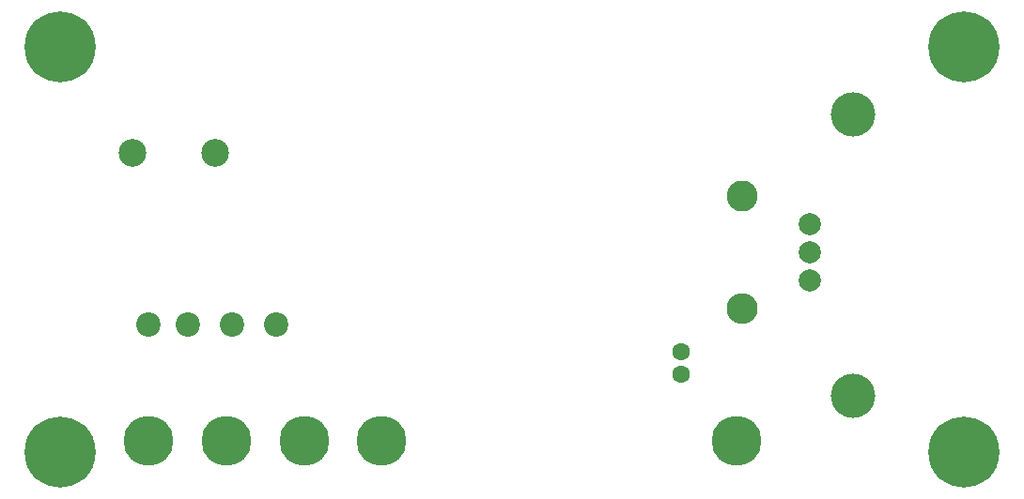
<source format=gbr>
%TF.GenerationSoftware,KiCad,Pcbnew,9.0.0*%
%TF.CreationDate,2025-04-08T17:00:30-05:00*%
%TF.ProjectId,MEC-PSU-1-12,4d45432d-5053-4552-9d31-2d31322e6b69,rev?*%
%TF.SameCoordinates,Original*%
%TF.FileFunction,Copper,L1,Top*%
%TF.FilePolarity,Positive*%
%FSLAX46Y46*%
G04 Gerber Fmt 4.6, Leading zero omitted, Abs format (unit mm)*
G04 Created by KiCad (PCBNEW 9.0.0) date 2025-04-08 17:00:31*
%MOMM*%
%LPD*%
G01*
G04 APERTURE LIST*
%TA.AperFunction,ComponentPad*%
%ADD10C,4.500000*%
%TD*%
%TA.AperFunction,ComponentPad*%
%ADD11C,2.800000*%
%TD*%
%TA.AperFunction,ComponentPad*%
%ADD12O,2.800000X2.800000*%
%TD*%
%TA.AperFunction,ComponentPad*%
%ADD13C,2.000000*%
%TD*%
%TA.AperFunction,ComponentPad*%
%ADD14C,2.200000*%
%TD*%
%TA.AperFunction,ComponentPad*%
%ADD15C,6.400000*%
%TD*%
%TA.AperFunction,ComponentPad*%
%ADD16C,2.500000*%
%TD*%
%TA.AperFunction,ComponentPad*%
%ADD17C,4.000000*%
%TD*%
%TA.AperFunction,ComponentPad*%
%ADD18C,1.600000*%
%TD*%
G04 APERTURE END LIST*
D10*
%TO.P,4,1,Pin_1*%
%TO.N,Net-(J5-Pin_1)*%
X160000000Y-136000000D03*
%TD*%
%TO.P,3,1,Pin_1*%
%TO.N,Net-(J5-Pin_1)*%
X153000000Y-136000000D03*
%TD*%
D11*
%TO.P,D2,1,K*%
%TO.N,Net-(D1-+)*%
X192498000Y-113920000D03*
D12*
%TO.P,D2,2,A*%
%TO.N,Net-(D2-A)*%
X192498000Y-124080000D03*
%TD*%
D13*
%TO.P,IC1,1,VI*%
%TO.N,Net-(D1-+)*%
X198579632Y-116458586D03*
%TO.P,IC1,2,GND*%
%TO.N,Earth*%
X198579632Y-118998586D03*
%TO.P,IC1,3,VO*%
%TO.N,Net-(D2-A)*%
X198579632Y-121538586D03*
%TD*%
D14*
%TO.P,D1,1,+*%
%TO.N,Net-(D1-+)*%
X139000000Y-125500000D03*
%TO.P,D1,2,-*%
%TO.N,Earth*%
X150500000Y-125500000D03*
%TO.P,D1,3*%
%TO.N,Net-(J3-Pin_1)*%
X142500000Y-125500000D03*
%TO.P,D1,4*%
%TO.N,Net-(J5-Pin_1)*%
X146500000Y-125500000D03*
%TD*%
D15*
%TO.P,REF\u002A\u002A,1*%
%TO.N,Earth*%
X131000000Y-100500000D03*
%TD*%
D10*
%TO.P,Out,1,Pin_1*%
%TO.N,Net-(D2-A)*%
X192000000Y-136000000D03*
%TD*%
%TO.P,2,1,Pin_1*%
%TO.N,Net-(J3-Pin_1)*%
X146000000Y-136000000D03*
%TD*%
D15*
%TO.P,REF\u002A\u002A,1*%
%TO.N,Earth*%
X212500000Y-100500000D03*
%TD*%
%TO.P,REF\u002A\u002A,1*%
%TO.N,Earth*%
X212500000Y-137000000D03*
%TD*%
D16*
%TO.P,C1,1*%
%TO.N,Net-(D1-+)*%
X137500000Y-110000000D03*
%TO.P,C1,2*%
%TO.N,Earth*%
X145000000Y-110000000D03*
%TD*%
D10*
%TO.P,1,1,Pin_1*%
%TO.N,Net-(J3-Pin_1)*%
X139000000Y-136000000D03*
%TD*%
D17*
%TO.P,Heatsink,1*%
%TO.N,Earth*%
X202498000Y-106599586D03*
X202498000Y-131999586D03*
%TD*%
D15*
%TO.P,REF\u002A\u002A,1*%
%TO.N,Earth*%
X131000000Y-137000000D03*
%TD*%
D18*
%TO.P,C2,1*%
%TO.N,Net-(D2-A)*%
X186998000Y-130000000D03*
%TO.P,C2,2*%
%TO.N,Earth*%
X186998000Y-128000000D03*
%TD*%
M02*

</source>
